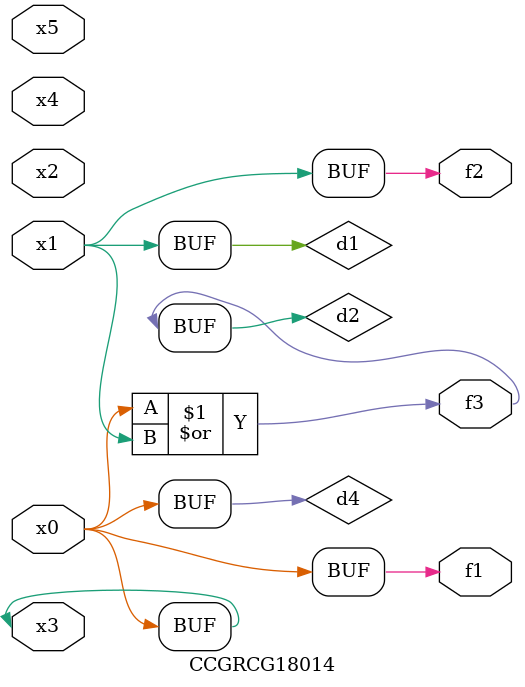
<source format=v>
module CCGRCG18014(
	input x0, x1, x2, x3, x4, x5,
	output f1, f2, f3
);

	wire d1, d2, d3, d4;

	and (d1, x1);
	or (d2, x0, x1);
	nand (d3, x0, x5);
	buf (d4, x0, x3);
	assign f1 = d4;
	assign f2 = d1;
	assign f3 = d2;
endmodule

</source>
